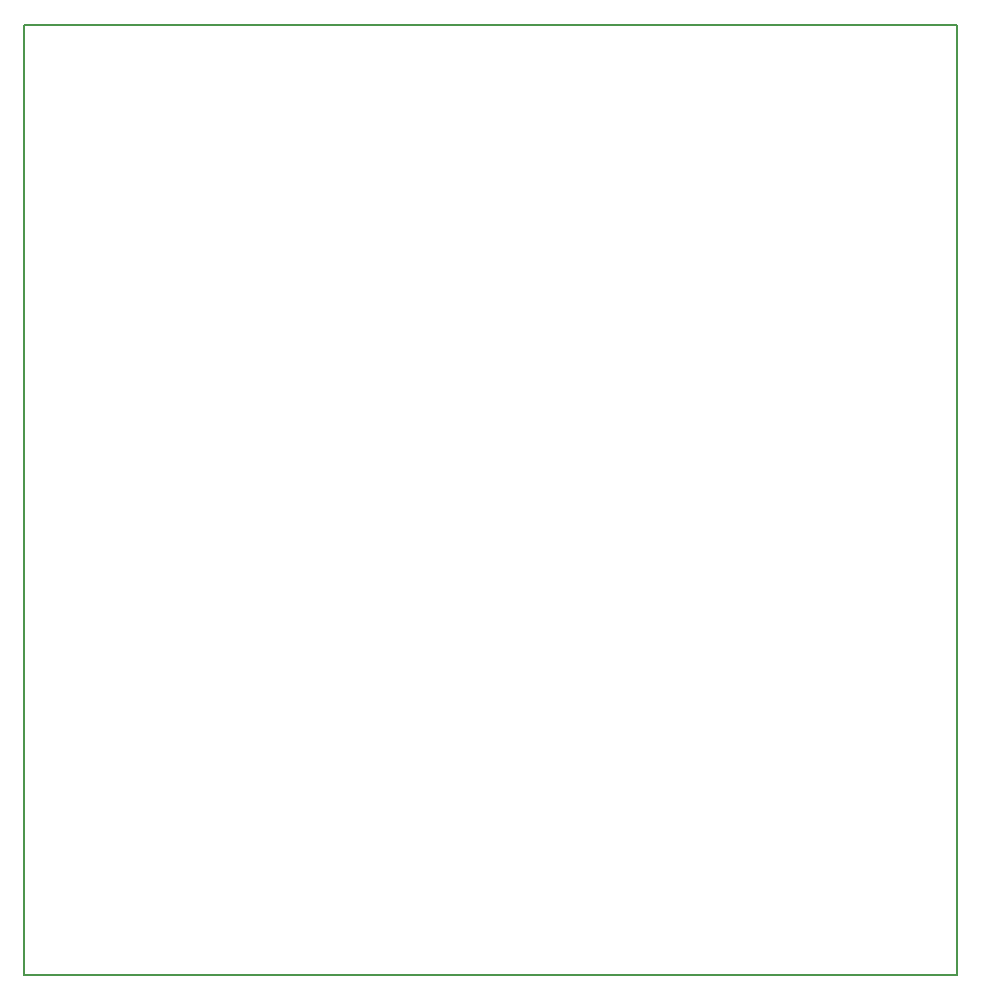
<source format=gm1>
G04 #@! TF.FileFunction,Profile,NP*
%FSLAX46Y46*%
G04 Gerber Fmt 4.6, Leading zero omitted, Abs format (unit mm)*
G04 Created by KiCad (PCBNEW 4.0.2+e4-6225~38~ubuntu15.10.1-stable) date mar. 20 sept. 2016 08:21:37 CEST*
%MOMM*%
G01*
G04 APERTURE LIST*
%ADD10C,0.100000*%
%ADD11C,0.150000*%
G04 APERTURE END LIST*
D10*
D11*
X111000000Y-111500000D02*
X104500000Y-111500000D01*
X111000000Y-31000000D02*
X111000000Y-111500000D01*
X104500000Y-31000000D02*
X111000000Y-31000000D01*
X32000000Y-111500000D02*
X104500000Y-111500000D01*
X32000000Y-31000000D02*
X32000000Y-111500000D01*
X104500000Y-31000000D02*
X32000000Y-31000000D01*
M02*

</source>
